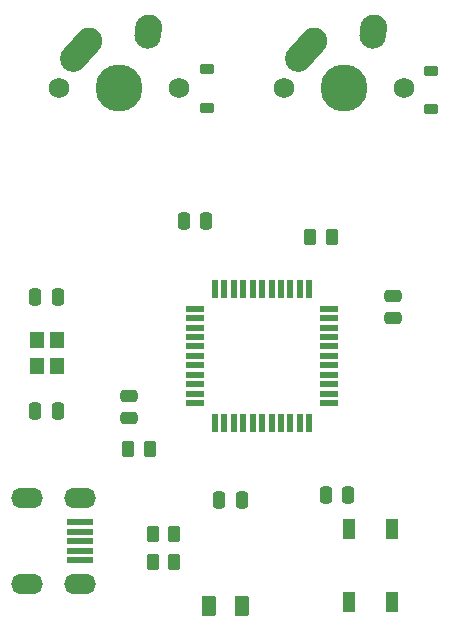
<source format=gbs>
G04 #@! TF.GenerationSoftware,KiCad,Pcbnew,8.0.2*
G04 #@! TF.CreationDate,2024-12-03T17:22:36-08:00*
G04 #@! TF.ProjectId,keypad-pcb,6b657970-6164-42d7-9063-622e6b696361,rev?*
G04 #@! TF.SameCoordinates,Original*
G04 #@! TF.FileFunction,Soldermask,Bot*
G04 #@! TF.FilePolarity,Negative*
%FSLAX46Y46*%
G04 Gerber Fmt 4.6, Leading zero omitted, Abs format (unit mm)*
G04 Created by KiCad (PCBNEW 8.0.2) date 2024-12-03 17:22:36*
%MOMM*%
%LPD*%
G01*
G04 APERTURE LIST*
G04 Aperture macros list*
%AMRoundRect*
0 Rectangle with rounded corners*
0 $1 Rounding radius*
0 $2 $3 $4 $5 $6 $7 $8 $9 X,Y pos of 4 corners*
0 Add a 4 corners polygon primitive as box body*
4,1,4,$2,$3,$4,$5,$6,$7,$8,$9,$2,$3,0*
0 Add four circle primitives for the rounded corners*
1,1,$1+$1,$2,$3*
1,1,$1+$1,$4,$5*
1,1,$1+$1,$6,$7*
1,1,$1+$1,$8,$9*
0 Add four rect primitives between the rounded corners*
20,1,$1+$1,$2,$3,$4,$5,0*
20,1,$1+$1,$4,$5,$6,$7,0*
20,1,$1+$1,$6,$7,$8,$9,0*
20,1,$1+$1,$8,$9,$2,$3,0*%
%AMHorizOval*
0 Thick line with rounded ends*
0 $1 width*
0 $2 $3 position (X,Y) of the first rounded end (center of the circle)*
0 $4 $5 position (X,Y) of the second rounded end (center of the circle)*
0 Add line between two ends*
20,1,$1,$2,$3,$4,$5,0*
0 Add two circle primitives to create the rounded ends*
1,1,$1,$2,$3*
1,1,$1,$4,$5*%
G04 Aperture macros list end*
%ADD10C,1.750000*%
%ADD11C,3.987800*%
%ADD12HorizOval,2.250000X0.655001X0.730000X-0.655001X-0.730000X0*%
%ADD13C,2.250000*%
%ADD14HorizOval,2.250000X0.020000X0.290000X-0.020000X-0.290000X0*%
%ADD15RoundRect,0.225000X0.375000X-0.225000X0.375000X0.225000X-0.375000X0.225000X-0.375000X-0.225000X0*%
%ADD16RoundRect,0.250000X-0.475000X0.250000X-0.475000X-0.250000X0.475000X-0.250000X0.475000X0.250000X0*%
%ADD17RoundRect,0.250000X-0.375000X-0.625000X0.375000X-0.625000X0.375000X0.625000X-0.375000X0.625000X0*%
%ADD18RoundRect,0.250000X-0.262500X-0.450000X0.262500X-0.450000X0.262500X0.450000X-0.262500X0.450000X0*%
%ADD19RoundRect,0.250000X0.250000X0.475000X-0.250000X0.475000X-0.250000X-0.475000X0.250000X-0.475000X0*%
%ADD20RoundRect,0.250000X-0.250000X-0.475000X0.250000X-0.475000X0.250000X0.475000X-0.250000X0.475000X0*%
%ADD21RoundRect,0.250000X0.262500X0.450000X-0.262500X0.450000X-0.262500X-0.450000X0.262500X-0.450000X0*%
%ADD22R,0.550000X1.500000*%
%ADD23R,1.500000X0.550000*%
%ADD24R,1.200000X1.400000*%
%ADD25R,2.250000X0.500000*%
%ADD26O,2.700000X1.700000*%
%ADD27R,1.100000X1.800000*%
%ADD28RoundRect,0.250000X0.475000X-0.250000X0.475000X0.250000X-0.475000X0.250000X-0.475000X-0.250000X0*%
G04 APERTURE END LIST*
D10*
X62237883Y-48262198D03*
D11*
X67317883Y-48262198D03*
D10*
X72397883Y-48262198D03*
D12*
X64162884Y-44992198D03*
D13*
X64817883Y-44262198D03*
D14*
X69837883Y-43472198D03*
D13*
X69857883Y-43182198D03*
D10*
X81280000Y-48260000D03*
D11*
X86360000Y-48260000D03*
D10*
X91440000Y-48260000D03*
D12*
X83205001Y-44990000D03*
D13*
X83860000Y-44260000D03*
D14*
X88880000Y-43470000D03*
D13*
X88900000Y-43180000D03*
D15*
X93756584Y-50068115D03*
X93756584Y-46768115D03*
D16*
X90551000Y-65852000D03*
X90551000Y-67752000D03*
D17*
X74927000Y-92075000D03*
X77727000Y-92075000D03*
D18*
X83542500Y-60833000D03*
X85367500Y-60833000D03*
D19*
X74710000Y-59539000D03*
X72810000Y-59539000D03*
D18*
X70207500Y-88392000D03*
X72032500Y-88392000D03*
D20*
X60261000Y-65978000D03*
X62161000Y-65978000D03*
X75843000Y-83123000D03*
X77743000Y-83123000D03*
D21*
X69958500Y-78805000D03*
X68133500Y-78805000D03*
D22*
X83460000Y-76631000D03*
X82660000Y-76631000D03*
X81860000Y-76631000D03*
X81060000Y-76631000D03*
X80260000Y-76631000D03*
X79460000Y-76631000D03*
X78660000Y-76631000D03*
X77860000Y-76631000D03*
X77060000Y-76631000D03*
X76260000Y-76631000D03*
X75460000Y-76631000D03*
D23*
X73760000Y-74931000D03*
X73760000Y-74131000D03*
X73760000Y-73331000D03*
X73760000Y-72531000D03*
X73760000Y-71731000D03*
X73760000Y-70931000D03*
X73760000Y-70131000D03*
X73760000Y-69331000D03*
X73760000Y-68531000D03*
X73760000Y-67731000D03*
X73760000Y-66931000D03*
D22*
X75460000Y-65231000D03*
X76260000Y-65231000D03*
X77060000Y-65231000D03*
X77860000Y-65231000D03*
X78660000Y-65231000D03*
X79460000Y-65231000D03*
X80260000Y-65231000D03*
X81060000Y-65231000D03*
X81860000Y-65231000D03*
X82660000Y-65231000D03*
X83460000Y-65231000D03*
D23*
X85160000Y-66931000D03*
X85160000Y-67731000D03*
X85160000Y-68531000D03*
X85160000Y-69331000D03*
X85160000Y-70131000D03*
X85160000Y-70931000D03*
X85160000Y-71731000D03*
X85160000Y-72531000D03*
X85160000Y-73331000D03*
X85160000Y-74131000D03*
X85160000Y-74931000D03*
D15*
X74776000Y-49968479D03*
X74776000Y-46668479D03*
D24*
X62061000Y-69577000D03*
X62061000Y-71777000D03*
X60361000Y-71777000D03*
X60361000Y-69577000D03*
D21*
X70207500Y-85979000D03*
X72032500Y-85979000D03*
D20*
X84860000Y-82742000D03*
X86760000Y-82742000D03*
D25*
X64021000Y-85014000D03*
X64021000Y-85814000D03*
X64021000Y-86614000D03*
X64021000Y-87414000D03*
X64021000Y-88214000D03*
D26*
X59521000Y-82964000D03*
X59521000Y-90264000D03*
X64021000Y-82964000D03*
X64021000Y-90264000D03*
D19*
X62161000Y-75630000D03*
X60261000Y-75630000D03*
D27*
X86796000Y-85546000D03*
X90496000Y-91746000D03*
X90496000Y-85546000D03*
X86796000Y-91746000D03*
D28*
X68157000Y-76199000D03*
X68157000Y-74299000D03*
M02*

</source>
